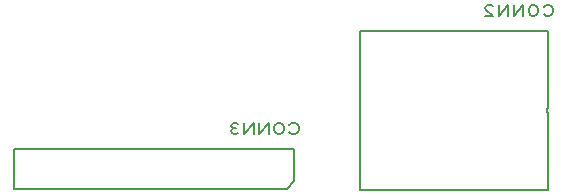
<source format=gbr>
G04 EasyPC Gerber Version 20.0.2 Build 4112 *
%FSLAX35Y35*%
%MOIN*%
%ADD15C,0.00500*%
X0Y0D02*
D02*
D15*
X117234Y77734D02*
X23966D01*
Y64466*
X114734*
X117234Y66966*
Y77734*
X115609Y83296D02*
X115921Y82984D01*
X116546Y82671*
X117484*
X118109Y82984*
X118421Y83296*
X118734Y83921*
Y85171*
X118421Y85796*
X118109Y86109*
X117484Y86421*
X116546*
X115921Y86109*
X115609Y85796*
X113734Y83921D02*
Y85171D01*
X113421Y85796*
X113109Y86109*
X112484Y86421*
X111859*
X111234Y86109*
X110921Y85796*
X110609Y85171*
Y83921*
X110921Y83296*
X111234Y82984*
X111859Y82671*
X112484*
X113109Y82984*
X113421Y83296*
X113734Y83921*
X108734Y82671D02*
Y86421D01*
X105609Y82671*
Y86421*
X103734Y82671D02*
Y86421D01*
X100609Y82671*
Y86421*
X98421Y82984D02*
X97796Y82671D01*
X97171*
X96546Y82984*
X96234Y83609*
X96546Y84234*
X97171Y84546*
X97796*
X97171D02*
X96546Y84859D01*
X96234Y85484*
X96546Y86109*
X97171Y86421*
X97796*
X98421Y86109*
X202037Y117037D02*
X139163D01*
Y64163*
X202037*
Y89975*
X201412*
Y91225*
X202037*
Y117037*
X200412Y122600D02*
X200724Y122287D01*
X201350Y121974*
X202287*
X202912Y122287*
X203224Y122600*
X203537Y123224*
Y124474*
X203224Y125100*
X202912Y125412*
X202287Y125724*
X201350*
X200724Y125412*
X200412Y125100*
X198537Y123224D02*
Y124474D01*
X198224Y125100*
X197912Y125412*
X197287Y125724*
X196662*
X196037Y125412*
X195724Y125100*
X195412Y124474*
Y123224*
X195724Y122600*
X196037Y122287*
X196662Y121974*
X197287*
X197912Y122287*
X198224Y122600*
X198537Y123224*
X193537Y121974D02*
Y125724D01*
X190412Y121974*
Y125724*
X188537Y121974D02*
Y125724D01*
X185412Y121974*
Y125724*
X181037Y121974D02*
X183537D01*
X181350Y124162*
X181037Y124787*
X181350Y125412*
X181974Y125724*
X182912*
X183537Y125412*
X0Y0D02*
M02*

</source>
